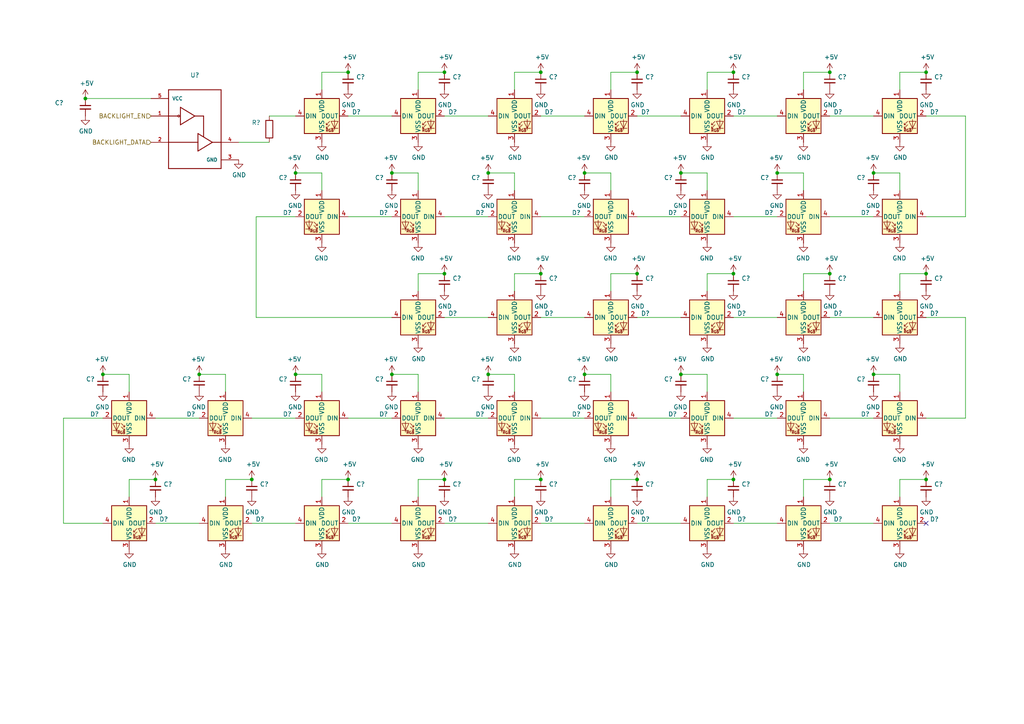
<source format=kicad_sch>
(kicad_sch (version 20211123) (generator eeschema)
  (paper "A4")
  (title_block (title "Backlight") (date "2022-04-27") (rev "0.1"))
  (lib_symbols
    (symbol "Device:C_Small" (pin_numbers hide) (pin_names (offset 0.254) hide)
      (property "Reference" "C" (at 0.254 1.778 0))
      (property "Value" "C_Small" (at 0.254 -2.032 0))
      (symbol "C_Small_0_1"
        (polyline (pts (xy -1.524 -0.508) (xy 1.524 -0.508)) (stroke (width 0.3302)))
        (polyline (pts (xy -1.524 0.508) (xy 1.524 0.508)) (stroke (width 0.3048)))
      )
      (symbol "C_Small_1_1"
        (pin passive line (at 0 2.54 270) (length 2.032) (name "~") (number "1"))
        (pin passive line (at 0 -2.54 90) (length 2.032) (name "~") (number "2"))
      )
    )
    (symbol "Device:R" (pin_numbers hide) (pin_names (offset 0))
      (property "Reference" "R" (at 2.032 0 90))
      (property "Value" "R" (at 0 0 90))
      (symbol "R_0_1"
        (rectangle (start -1.016 -2.54) (end 1.016 2.54) (stroke (width 0.254)))
      )
      (symbol "R_1_1"
        (pin passive line (at 0 3.81 270) (length 1.27) (name "~") (number "1"))
        (pin passive line (at 0 -3.81 90) (length 1.27) (name "~") (number "2"))
      )
    )
    (symbol "LED:WS2812B" (pin_names (offset 0.254))
      (property "Reference" "D" (at 5.08 5.715 0))
      (property "Value" "WS2812B" (at 1.27 -5.715 0))
      (symbol "WS2812B_0_0"
        (text "RGB" (at 2.286 -4.191 0) (effects (font (size 0.762 0.762))))
      )
      (symbol "WS2812B_0_1"
        (polyline (pts (xy 1.27 -3.556) (xy 1.778 -3.556)))
        (polyline (pts (xy 1.27 -2.54) (xy 1.778 -2.54)))
        (polyline (pts (xy 4.699 -3.556) (xy 2.667 -3.556)))
        (polyline (pts (xy 2.286 -2.54) (xy 1.27 -3.556) (xy 1.27 -3.048)))
        (polyline (pts (xy 2.286 -1.524) (xy 1.27 -2.54) (xy 1.27 -2.032)))
        (polyline (pts (xy 3.683 -1.016) (xy 3.683 -3.556) (xy 3.683 -4.064)))
        (polyline (pts (xy 4.699 -1.524) (xy 2.667 -1.524) (xy 3.683 -3.556) (xy 4.699 -1.524)))
        (rectangle (start 5.08 5.08) (end -5.08 -5.08) (stroke (width 0.254)) (fill (type background)))
      )
      (symbol "WS2812B_1_1"
        (pin power_in line (at 0 7.62 270) (length 2.54) (name "VDD") (number "1"))
        (pin output line (at 7.62 0 180) (length 2.54) (name "DOUT") (number "2"))
        (pin power_in line (at 0 -7.62 90) (length 2.54) (name "VSS") (number "3"))
        (pin input line (at -7.62 0 0) (length 2.54) (name "DIN") (number "4"))
      )
    )
    (symbol "SN74LV1T125DCKR:SN74LV1T125DCKR" (pin_names (offset 1.016))
      (property "Reference" "U" (at -7.62 13.6906 0))
      (property "Value" "SN74LV1T125DCKR" (at -7.62 -12.7 0))
      (symbol "SN74LV1T125DCKR_0_0"
        (circle (center -4.699 5.08) (radius 0.254) (stroke (width 0.254)))
        (polyline (pts (xy -7.62 -10.16) (xy -7.62 -2.54)) (stroke (width 0.254)))
        (polyline (pts (xy -7.62 -2.54) (xy -7.62 5.08)) (stroke (width 0.254)))
        (polyline (pts (xy -7.62 -2.54) (xy 0.889 -2.54)) (stroke (width 0.254)))
        (polyline (pts (xy -7.62 5.08) (xy -7.62 12.7)) (stroke (width 0.254)))
        (polyline (pts (xy -7.62 5.08) (xy -5.08 5.08)) (stroke (width 0.254)))
        (polyline (pts (xy -7.62 12.7) (xy 7.62 12.7)) (stroke (width 0.254)))
        (polyline (pts (xy -4.191 2.54) (xy 0 5.08)) (stroke (width 0.254)))
        (polyline (pts (xy -4.191 7.62) (xy -4.191 2.54)) (stroke (width 0.254)))
        (polyline (pts (xy 0 5.08) (xy -4.191 7.62)) (stroke (width 0.254)))
        (polyline (pts (xy 0 5.08) (xy 2.54 5.08)) (stroke (width 0.254)))
        (polyline (pts (xy 0.889 -5.08) (xy 5.08 -2.54)) (stroke (width 0.254)))
        (polyline (pts (xy 0.889 -2.54) (xy 0.889 -5.08)) (stroke (width 0.254)))
        (polyline (pts (xy 0.889 0) (xy 0.889 -2.54)) (stroke (width 0.254)))
        (polyline (pts (xy 2.54 5.08) (xy 2.54 -0.889)) (stroke (width 0.254)))
        (polyline (pts (xy 5.08 -2.54) (xy 0.889 0)) (stroke (width 0.254)))
        (polyline (pts (xy 5.08 -2.54) (xy 7.62 -2.54)) (stroke (width 0.254)))
        (polyline (pts (xy 7.62 -10.16) (xy -7.62 -10.16)) (stroke (width 0.254)))
        (polyline (pts (xy 7.62 12.7) (xy 7.62 -10.16)) (stroke (width 0.254)))
        (pin input line (at -12.7 5.08 0) (length 5.08) (name "~") (number "1"))
        (pin input line (at -12.7 -2.54 0) (length 5.08) (name "~") (number "2"))
        (pin power_in line (at 12.7 -7.62 180) (length 5.08) (name "GND") (number "3"))
        (pin output line (at 12.7 -2.54 180) (length 5.08) (name "~") (number "4"))
        (pin power_in line (at -12.7 10.16 0) (length 5.08) (name "VCC") (number "5"))
      )
    )
    (symbol "power:+5V" (power) (pin_names (offset 0))
      (property "Value" "+5V" (at 0 3.556 0))
      (symbol "+5V_0_1"
        (polyline (pts (xy -0.762 1.27) (xy 0 2.54)))
        (polyline (pts (xy 0 0) (xy 0 2.54)))
        (polyline (pts (xy 0 2.54) (xy 0.762 1.27)))
      )
      (symbol "+5V_1_1"
        (pin power_in line (at 0 0 90) (length 0) hide (name "+5V") (number "1"))
      )
    )
    (symbol "power:GND" (power) (pin_names (offset 0))
      (property "Value" "GND" (at 0 -3.81 0))
      (symbol "GND_0_1"
        (polyline (pts (xy 0 0) (xy 0 -1.27) (xy 1.27 -1.27) (xy 0 -2.54) (xy -1.27 -1.27) (xy 0 -1.27)))
      )
      (symbol "GND_1_1"
        (pin power_in line (at 0 0 270) (length 0) hide (name "GND") (number "1"))
      )
    )
  )
  (junction (at 212.725 79.375))
  (junction (at 57.785 108.585))
  (junction (at 253.365 50.165))
  (junction (at 212.725 139.065))
  (junction (at 128.905 20.955))
  (junction (at 100.965 139.065))
  (junction (at 100.965 20.955))
  (junction (at 212.725 20.955))
  (junction (at 156.845 79.375))
  (junction (at 156.845 20.955))
  (junction (at 184.785 20.955))
  (junction (at 85.725 50.165))
  (junction (at 113.665 50.165))
  (junction (at 169.545 108.585))
  (junction (at 169.545 50.165))
  (junction (at 240.665 139.065))
  (junction (at 197.485 50.165))
  (junction (at 197.485 108.585))
  (junction (at 45.085 139.065))
  (junction (at 184.785 139.065))
  (junction (at 253.365 108.585))
  (junction (at 141.605 50.165))
  (junction (at 268.605 20.955))
  (junction (at 225.425 50.165))
  (junction (at 268.605 139.065))
  (junction (at 240.665 20.955))
  (junction (at 184.785 79.375))
  (junction (at 73.025 139.065))
  (junction (at 24.765 28.575))
  (junction (at 128.905 79.375))
  (junction (at 29.845 108.585))
  (junction (at 85.725 108.585))
  (junction (at 128.905 139.065))
  (junction (at 225.425 108.585))
  (junction (at 268.605 79.375))
  (junction (at 113.665 108.585))
  (junction (at 141.605 108.585))
  (junction (at 240.665 79.375))
  (junction (at 156.845 139.065))
  (no_connect (at 268.605 151.765))
  (wire (pts (xy 128.905 20.955) (xy 121.285 20.955)))
  (wire (pts (xy 169.545 108.585) (xy 177.165 108.585)))
  (wire (pts (xy 197.485 50.165) (xy 205.105 50.165)))
  (wire (pts (xy 233.045 139.065) (xy 233.045 144.145)))
  (wire (pts (xy 73.025 151.765) (xy 85.725 151.765)))
  (wire (pts (xy 225.425 121.285) (xy 212.725 121.285)))
  (wire (pts (xy 113.665 50.165) (xy 121.285 50.165)))
  (wire (pts (xy 78.105 33.655) (xy 85.725 33.655)))
  (wire (pts (xy 149.225 108.585) (xy 149.225 113.665)))
  (wire (pts (xy 128.905 151.765) (xy 141.605 151.765)))
  (wire (pts (xy 74.295 62.865) (xy 74.295 92.075)))
  (wire (pts (xy 37.465 108.585) (xy 37.465 113.665)))
  (wire (pts (xy 212.725 79.375) (xy 205.105 79.375)))
  (wire (pts (xy 18.415 121.285) (xy 18.415 151.765)))
  (wire (pts (xy 240.665 139.065) (xy 233.045 139.065)))
  (wire (pts (xy 45.085 139.065) (xy 37.465 139.065)))
  (wire (pts (xy 240.665 33.655) (xy 253.365 33.655)))
  (wire (pts (xy 268.605 33.655) (xy 280.035 33.655)))
  (wire (pts (xy 128.905 139.065) (xy 121.285 139.065)))
  (wire (pts (xy 253.365 108.585) (xy 260.985 108.585)))
  (wire (pts (xy 100.965 139.065) (xy 93.345 139.065)))
  (wire (pts (xy 260.985 139.065) (xy 260.985 144.145)))
  (wire (pts (xy 197.485 62.865) (xy 184.785 62.865)))
  (wire (pts (xy 253.365 121.285) (xy 240.665 121.285)))
  (wire (pts (xy 57.785 108.585) (xy 65.405 108.585)))
  (wire (pts (xy 233.045 79.375) (xy 233.045 84.455)))
  (wire (pts (xy 141.605 50.165) (xy 149.225 50.165)))
  (wire (pts (xy 280.035 92.075) (xy 280.035 121.285)))
  (wire (pts (xy 205.105 20.955) (xy 205.105 26.035)))
  (wire (pts (xy 225.425 108.585) (xy 233.045 108.585)))
  (wire (pts (xy 156.845 79.375) (xy 149.225 79.375)))
  (wire (pts (xy 85.725 50.165) (xy 93.345 50.165)))
  (wire (pts (xy 141.605 121.285) (xy 128.905 121.285)))
  (wire (pts (xy 184.785 33.655) (xy 197.485 33.655)))
  (wire (pts (xy 65.405 108.585) (xy 65.405 113.665)))
  (wire (pts (xy 253.365 62.865) (xy 240.665 62.865)))
  (wire (pts (xy 260.985 108.585) (xy 260.985 113.665)))
  (wire (pts (xy 233.045 108.585) (xy 233.045 113.665)))
  (wire (pts (xy 184.785 151.765) (xy 197.485 151.765)))
  (wire (pts (xy 225.425 50.165) (xy 233.045 50.165)))
  (wire (pts (xy 149.225 139.065) (xy 149.225 144.145)))
  (wire (pts (xy 240.665 79.375) (xy 233.045 79.375)))
  (wire (pts (xy 253.365 50.165) (xy 260.985 50.165)))
  (wire (pts (xy 100.965 151.765) (xy 113.665 151.765)))
  (wire (pts (xy 74.295 92.075) (xy 113.665 92.075)))
  (wire (pts (xy 268.605 20.955) (xy 260.985 20.955)))
  (wire (pts (xy 212.725 33.655) (xy 225.425 33.655)))
  (wire (pts (xy 260.985 20.955) (xy 260.985 26.035)))
  (wire (pts (xy 260.985 50.165) (xy 260.985 55.245)))
  (wire (pts (xy 65.405 139.065) (xy 65.405 144.145)))
  (wire (pts (xy 177.165 20.955) (xy 177.165 26.035)))
  (wire (pts (xy 197.485 121.285) (xy 184.785 121.285)))
  (wire (pts (xy 268.605 79.375) (xy 260.985 79.375)))
  (wire (pts (xy 113.665 121.285) (xy 100.965 121.285)))
  (wire (pts (xy 93.345 108.585) (xy 93.345 113.665)))
  (wire (pts (xy 169.545 62.865) (xy 156.845 62.865)))
  (wire (pts (xy 141.605 62.865) (xy 128.905 62.865)))
  (wire (pts (xy 128.905 33.655) (xy 141.605 33.655)))
  (wire (pts (xy 85.725 108.585) (xy 93.345 108.585)))
  (wire (pts (xy 280.035 62.865) (xy 268.605 62.865)))
  (wire (pts (xy 156.845 92.075) (xy 169.545 92.075)))
  (wire (pts (xy 240.665 92.075) (xy 253.365 92.075)))
  (wire (pts (xy 141.605 108.585) (xy 149.225 108.585)))
  (wire (pts (xy 93.345 20.955) (xy 93.345 26.035)))
  (wire (pts (xy 212.725 20.955) (xy 205.105 20.955)))
  (wire (pts (xy 57.785 121.285) (xy 45.085 121.285)))
  (wire (pts (xy 177.165 108.585) (xy 177.165 113.665)))
  (wire (pts (xy 149.225 79.375) (xy 149.225 84.455)))
  (wire (pts (xy 184.785 79.375) (xy 177.165 79.375)))
  (wire (pts (xy 212.725 151.765) (xy 225.425 151.765)))
  (wire (pts (xy 156.845 139.065) (xy 149.225 139.065)))
  (wire (pts (xy 233.045 20.955) (xy 233.045 26.035)))
  (wire (pts (xy 29.845 121.285) (xy 18.415 121.285)))
  (wire (pts (xy 149.225 50.165) (xy 149.225 55.245)))
  (wire (pts (xy 156.845 33.655) (xy 169.545 33.655)))
  (wire (pts (xy 268.605 92.075) (xy 280.035 92.075)))
  (wire (pts (xy 184.785 92.075) (xy 197.485 92.075)))
  (wire (pts (xy 29.845 108.585) (xy 37.465 108.585)))
  (wire (pts (xy 177.165 139.065) (xy 177.165 144.145)))
  (wire (pts (xy 205.105 79.375) (xy 205.105 84.455)))
  (wire (pts (xy 205.105 50.165) (xy 205.105 55.245)))
  (wire (pts (xy 177.165 50.165) (xy 177.165 55.245)))
  (wire (pts (xy 212.725 92.075) (xy 225.425 92.075)))
  (wire (pts (xy 24.765 28.575) (xy 43.815 28.575)))
  (wire (pts (xy 128.905 79.375) (xy 121.285 79.375)))
  (wire (pts (xy 169.545 121.285) (xy 156.845 121.285)))
  (wire (pts (xy 73.025 139.065) (xy 65.405 139.065)))
  (wire (pts (xy 45.085 151.765) (xy 57.785 151.765)))
  (wire (pts (xy 113.665 62.865) (xy 100.965 62.865)))
  (wire (pts (xy 233.045 50.165) (xy 233.045 55.245)))
  (wire (pts (xy 240.665 20.955) (xy 233.045 20.955)))
  (wire (pts (xy 128.905 92.075) (xy 141.605 92.075)))
  (wire (pts (xy 121.285 139.065) (xy 121.285 144.145)))
  (wire (pts (xy 149.225 20.955) (xy 149.225 26.035)))
  (wire (pts (xy 268.605 139.065) (xy 260.985 139.065)))
  (wire (pts (xy 177.165 79.375) (xy 177.165 84.455)))
  (wire (pts (xy 121.285 79.375) (xy 121.285 84.455)))
  (wire (pts (xy 93.345 139.065) (xy 93.345 144.145)))
  (wire (pts (xy 100.965 33.655) (xy 113.665 33.655)))
  (wire (pts (xy 121.285 50.165) (xy 121.285 55.245)))
  (wire (pts (xy 73.025 121.285) (xy 85.725 121.285)))
  (wire (pts (xy 280.035 121.285) (xy 268.605 121.285)))
  (wire (pts (xy 113.665 108.585) (xy 121.285 108.585)))
  (wire (pts (xy 85.725 62.865) (xy 74.295 62.865)))
  (wire (pts (xy 197.485 108.585) (xy 205.105 108.585)))
  (wire (pts (xy 156.845 20.955) (xy 149.225 20.955)))
  (wire (pts (xy 205.105 139.065) (xy 205.105 144.145)))
  (wire (pts (xy 121.285 108.585) (xy 121.285 113.665)))
  (wire (pts (xy 169.545 50.165) (xy 177.165 50.165)))
  (wire (pts (xy 69.215 41.275) (xy 78.105 41.275)))
  (wire (pts (xy 212.725 139.065) (xy 205.105 139.065)))
  (wire (pts (xy 280.035 33.655) (xy 280.035 62.865)))
  (wire (pts (xy 18.415 151.765) (xy 29.845 151.765)))
  (wire (pts (xy 37.465 139.065) (xy 37.465 144.145)))
  (wire (pts (xy 240.665 151.765) (xy 253.365 151.765)))
  (wire (pts (xy 225.425 62.865) (xy 212.725 62.865)))
  (wire (pts (xy 93.345 50.165) (xy 93.345 55.245)))
  (wire (pts (xy 205.105 108.585) (xy 205.105 113.665)))
  (wire (pts (xy 121.285 20.955) (xy 121.285 26.035)))
  (wire (pts (xy 184.785 139.065) (xy 177.165 139.065)))
  (wire (pts (xy 156.845 151.765) (xy 169.545 151.765)))
  (wire (pts (xy 184.785 20.955) (xy 177.165 20.955)))
  (wire (pts (xy 100.965 20.955) (xy 93.345 20.955)))
  (wire (pts (xy 260.985 79.375) (xy 260.985 84.455)))
  (hierarchical_label "BACKLIGHT_EN" (shape input) (at 43.815 33.655 180))
  (hierarchical_label "BACKLIGHT_DATA" (shape input) (at 43.815 41.275 180))
  (symbol (lib_id "LED:WS2812B") (at 65.405 121.285 0) (mirror y) (unit 1)
    (property "Reference" "D?" (at 56.6674 120.1166 0) (effects (justify left)))
    (property "Datasheet" "https://cdn-shop.adafruit.com/datasheets/WS2812B.pdf" (effects hide))
  )
  (symbol (lib_id "Device:C_Small") (at 57.785 111.125 0) (mirror y) (unit 1)
    (property "Reference" "C?" (at 55.4482 109.9566 0) (effects (justify left)))
  )
  (symbol (lib_id "power:GND") (at 57.785 113.665 0) (mirror y) (unit 1)
    (property "Reference" "#PWR?" (effects hide))
  )
  (symbol (lib_id "power:+5V") (at 57.785 108.585 0) (mirror y) (unit 1)
    (property "Reference" "#PWR?" (effects hide))
  )
  (symbol (lib_id "power:GND") (at 65.405 128.905 0) (mirror y) (unit 1)
    (property "Reference" "#PWR?" (effects hide))
  )
  (symbol (lib_id "LED:WS2812B") (at 37.465 121.285 0) (mirror y) (unit 1)
    (property "Reference" "D?" (at 28.7274 120.1166 0) (effects (justify left)))
    (property "Datasheet" "https://cdn-shop.adafruit.com/datasheets/WS2812B.pdf" (effects hide))
  )
  (symbol (lib_id "Device:C_Small") (at 29.845 111.125 0) (mirror y) (unit 1)
    (property "Reference" "C?" (at 27.5082 109.9566 0) (effects (justify left)))
  )
  (symbol (lib_id "power:GND") (at 29.845 113.665 0) (mirror y) (unit 1)
    (property "Reference" "#PWR?" (effects hide))
  )
  (symbol (lib_id "power:+5V") (at 29.845 108.585 0) (mirror y) (unit 1)
    (property "Reference" "#PWR?" (effects hide))
  )
  (symbol (lib_id "power:GND") (at 37.465 128.905 0) (mirror y) (unit 1)
    (property "Reference" "#PWR?" (effects hide))
  )
  (symbol (lib_id "power:GND") (at 37.465 159.385 0) (unit 1)
    (property "Reference" "#PWR?" (effects hide))
  )
  (symbol (lib_id "power:+5V") (at 45.085 139.065 0) (unit 1)
    (property "Reference" "#PWR?" (effects hide))
  )
  (symbol (lib_id "power:GND") (at 45.085 144.145 0) (unit 1)
    (property "Reference" "#PWR?" (effects hide))
  )
  (symbol (lib_id "Device:C_Small") (at 45.085 141.605 0) (unit 1)
    (property "Reference" "C?" (at 47.4218 140.4366 0) (effects (justify left)))
  )
  (symbol (lib_id "LED:WS2812B") (at 37.465 151.765 0) (unit 1)
    (property "Reference" "D?" (at 46.2026 150.5966 0) (effects (justify left)))
    (property "Datasheet" "https://cdn-shop.adafruit.com/datasheets/WS2812B.pdf" (effects hide))
  )
  (symbol (lib_id "LED:WS2812B") (at 121.285 151.765 0) (unit 1)
    (property "Reference" "D?" (at 130.0226 150.5966 0) (effects (justify left)))
    (property "Datasheet" "https://cdn-shop.adafruit.com/datasheets/WS2812B.pdf" (effects hide))
  )
  (symbol (lib_id "Device:C_Small") (at 128.905 141.605 0) (unit 1)
    (property "Reference" "C?" (at 131.2418 140.4366 0) (effects (justify left)))
  )
  (symbol (lib_id "power:GND") (at 128.905 144.145 0) (unit 1)
    (property "Reference" "#PWR?" (effects hide))
  )
  (symbol (lib_id "power:+5V") (at 128.905 139.065 0) (unit 1)
    (property "Reference" "#PWR?" (effects hide))
  )
  (symbol (lib_id "power:GND") (at 121.285 159.385 0) (unit 1)
    (property "Reference" "#PWR?" (effects hide))
  )
  (symbol (lib_id "LED:WS2812B") (at 149.225 151.765 0) (unit 1)
    (property "Reference" "D?" (at 157.9626 150.5966 0) (effects (justify left)))
    (property "Datasheet" "https://cdn-shop.adafruit.com/datasheets/WS2812B.pdf" (effects hide))
  )
  (symbol (lib_id "Device:C_Small") (at 156.845 141.605 0) (unit 1)
    (property "Reference" "C?" (at 159.1818 140.4366 0) (effects (justify left)))
  )
  (symbol (lib_id "power:GND") (at 156.845 144.145 0) (unit 1)
    (property "Reference" "#PWR?" (effects hide))
  )
  (symbol (lib_id "power:+5V") (at 156.845 139.065 0) (unit 1)
    (property "Reference" "#PWR?" (effects hide))
  )
  (symbol (lib_id "power:GND") (at 149.225 159.385 0) (unit 1)
    (property "Reference" "#PWR?" (effects hide))
  )
  (symbol (lib_id "LED:WS2812B") (at 177.165 151.765 0) (unit 1)
    (property "Reference" "D?" (at 185.9026 150.5966 0) (effects (justify left)))
    (property "Datasheet" "https://cdn-shop.adafruit.com/datasheets/WS2812B.pdf" (effects hide))
  )
  (symbol (lib_id "Device:C_Small") (at 184.785 141.605 0) (unit 1)
    (property "Reference" "C?" (at 187.1218 140.4366 0) (effects (justify left)))
  )
  (symbol (lib_id "power:GND") (at 184.785 144.145 0) (unit 1)
    (property "Reference" "#PWR?" (effects hide))
  )
  (symbol (lib_id "power:+5V") (at 184.785 139.065 0) (unit 1)
    (property "Reference" "#PWR?" (effects hide))
  )
  (symbol (lib_id "power:GND") (at 177.165 159.385 0) (unit 1)
    (property "Reference" "#PWR?" (effects hide))
  )
  (symbol (lib_id "LED:WS2812B") (at 205.105 151.765 0) (unit 1)
    (property "Reference" "D?" (at 213.8426 150.5966 0) (effects (justify left)))
    (property "Datasheet" "https://cdn-shop.adafruit.com/datasheets/WS2812B.pdf" (effects hide))
  )
  (symbol (lib_id "Device:C_Small") (at 212.725 141.605 0) (unit 1)
    (property "Reference" "C?" (at 215.0618 140.4366 0) (effects (justify left)))
  )
  (symbol (lib_id "power:GND") (at 212.725 144.145 0) (unit 1)
    (property "Reference" "#PWR?" (effects hide))
  )
  (symbol (lib_id "power:+5V") (at 212.725 139.065 0) (unit 1)
    (property "Reference" "#PWR?" (effects hide))
  )
  (symbol (lib_id "power:GND") (at 205.105 159.385 0) (unit 1)
    (property "Reference" "#PWR?" (effects hide))
  )
  (symbol (lib_id "LED:WS2812B") (at 233.045 151.765 0) (unit 1)
    (property "Reference" "D?" (at 241.7826 150.5966 0) (effects (justify left)))
    (property "Datasheet" "https://cdn-shop.adafruit.com/datasheets/WS2812B.pdf" (effects hide))
  )
  (symbol (lib_id "Device:C_Small") (at 240.665 141.605 0) (unit 1)
    (property "Reference" "C?" (at 243.0018 140.4366 0) (effects (justify left)))
  )
  (symbol (lib_id "power:GND") (at 240.665 144.145 0) (unit 1)
    (property "Reference" "#PWR?" (effects hide))
  )
  (symbol (lib_id "power:+5V") (at 240.665 139.065 0) (unit 1)
    (property "Reference" "#PWR?" (effects hide))
  )
  (symbol (lib_id "power:GND") (at 233.045 159.385 0) (unit 1)
    (property "Reference" "#PWR?" (effects hide))
  )
  (symbol (lib_id "LED:WS2812B") (at 260.985 151.765 0) (unit 1)
    (property "Reference" "D?" (at 269.7226 150.5966 0) (effects (justify left)))
    (property "Datasheet" "https://cdn-shop.adafruit.com/datasheets/WS2812B.pdf" (effects hide))
  )
  (symbol (lib_id "Device:C_Small") (at 268.605 141.605 0) (unit 1)
    (property "Reference" "C?" (at 270.9418 140.4366 0) (effects (justify left)))
  )
  (symbol (lib_id "power:GND") (at 268.605 144.145 0) (unit 1)
    (property "Reference" "#PWR?" (effects hide))
  )
  (symbol (lib_id "power:+5V") (at 268.605 139.065 0) (unit 1)
    (property "Reference" "#PWR?" (effects hide))
  )
  (symbol (lib_id "power:GND") (at 260.985 159.385 0) (unit 1)
    (property "Reference" "#PWR?" (effects hide))
  )
  (symbol (lib_id "power:GND") (at 93.345 159.385 0) (unit 1)
    (property "Reference" "#PWR?" (effects hide))
  )
  (symbol (lib_id "power:+5V") (at 100.965 139.065 0) (unit 1)
    (property "Reference" "#PWR?" (effects hide))
  )
  (symbol (lib_id "power:GND") (at 100.965 144.145 0) (unit 1)
    (property "Reference" "#PWR?" (effects hide))
  )
  (symbol (lib_id "Device:C_Small") (at 100.965 141.605 0) (unit 1)
    (property "Reference" "C?" (at 103.3018 140.4366 0) (effects (justify left)))
  )
  (symbol (lib_id "LED:WS2812B") (at 93.345 151.765 0) (unit 1)
    (property "Reference" "D?" (at 102.0826 150.5966 0) (effects (justify left)))
    (property "Datasheet" "https://cdn-shop.adafruit.com/datasheets/WS2812B.pdf" (effects hide))
  )
  (symbol (lib_id "LED:WS2812B") (at 233.045 121.285 0) (mirror y) (unit 1)
    (property "Reference" "D?" (at 224.3074 120.1166 0) (effects (justify left)))
    (property "Datasheet" "https://cdn-shop.adafruit.com/datasheets/WS2812B.pdf" (effects hide))
  )
  (symbol (lib_id "Device:C_Small") (at 225.425 111.125 0) (mirror y) (unit 1)
    (property "Reference" "C?" (at 223.0882 109.9566 0) (effects (justify left)))
  )
  (symbol (lib_id "power:GND") (at 225.425 113.665 0) (mirror y) (unit 1)
    (property "Reference" "#PWR?" (effects hide))
  )
  (symbol (lib_id "power:+5V") (at 225.425 108.585 0) (mirror y) (unit 1)
    (property "Reference" "#PWR?" (effects hide))
  )
  (symbol (lib_id "power:GND") (at 233.045 128.905 0) (mirror y) (unit 1)
    (property "Reference" "#PWR?" (effects hide))
  )
  (symbol (lib_id "LED:WS2812B") (at 205.105 121.285 0) (mirror y) (unit 1)
    (property "Reference" "D?" (at 196.3674 120.1166 0) (effects (justify left)))
    (property "Datasheet" "https://cdn-shop.adafruit.com/datasheets/WS2812B.pdf" (effects hide))
  )
  (symbol (lib_id "Device:C_Small") (at 197.485 111.125 0) (mirror y) (unit 1)
    (property "Reference" "C?" (at 195.1482 109.9566 0) (effects (justify left)))
  )
  (symbol (lib_id "power:GND") (at 197.485 113.665 0) (mirror y) (unit 1)
    (property "Reference" "#PWR?" (effects hide))
  )
  (symbol (lib_id "power:+5V") (at 197.485 108.585 0) (mirror y) (unit 1)
    (property "Reference" "#PWR?" (effects hide))
  )
  (symbol (lib_id "power:GND") (at 205.105 128.905 0) (mirror y) (unit 1)
    (property "Reference" "#PWR?" (effects hide))
  )
  (symbol (lib_id "LED:WS2812B") (at 177.165 121.285 0) (mirror y) (unit 1)
    (property "Reference" "D?" (at 168.4274 120.1166 0) (effects (justify left)))
    (property "Datasheet" "https://cdn-shop.adafruit.com/datasheets/WS2812B.pdf" (effects hide))
  )
  (symbol (lib_id "Device:C_Small") (at 169.545 111.125 0) (mirror y) (unit 1)
    (property "Reference" "C?" (at 167.2082 109.9566 0) (effects (justify left)))
  )
  (symbol (lib_id "power:GND") (at 169.545 113.665 0) (mirror y) (unit 1)
    (property "Reference" "#PWR?" (effects hide))
  )
  (symbol (lib_id "power:+5V") (at 169.545 108.585 0) (mirror y) (unit 1)
    (property "Reference" "#PWR?" (effects hide))
  )
  (symbol (lib_id "power:GND") (at 177.165 128.905 0) (mirror y) (unit 1)
    (property "Reference" "#PWR?" (effects hide))
  )
  (symbol (lib_id "LED:WS2812B") (at 149.225 121.285 0) (mirror y) (unit 1)
    (property "Reference" "D?" (at 140.4874 120.1166 0) (effects (justify left)))
    (property "Datasheet" "https://cdn-shop.adafruit.com/datasheets/WS2812B.pdf" (effects hide))
  )
  (symbol (lib_id "Device:C_Small") (at 141.605 111.125 0) (mirror y) (unit 1)
    (property "Reference" "C?" (at 139.2682 109.9566 0) (effects (justify left)))
  )
  (symbol (lib_id "power:GND") (at 141.605 113.665 0) (mirror y) (unit 1)
    (property "Reference" "#PWR?" (effects hide))
  )
  (symbol (lib_id "power:+5V") (at 141.605 108.585 0) (mirror y) (unit 1)
    (property "Reference" "#PWR?" (effects hide))
  )
  (symbol (lib_id "power:GND") (at 149.225 128.905 0) (mirror y) (unit 1)
    (property "Reference" "#PWR?" (effects hide))
  )
  (symbol (lib_id "LED:WS2812B") (at 121.285 121.285 0) (mirror y) (unit 1)
    (property "Reference" "D?" (at 112.5474 120.1166 0) (effects (justify left)))
    (property "Datasheet" "https://cdn-shop.adafruit.com/datasheets/WS2812B.pdf" (effects hide))
  )
  (symbol (lib_id "Device:C_Small") (at 113.665 111.125 0) (mirror y) (unit 1)
    (property "Reference" "C?" (at 111.3282 109.9566 0) (effects (justify left)))
  )
  (symbol (lib_id "power:GND") (at 113.665 113.665 0) (mirror y) (unit 1)
    (property "Reference" "#PWR?" (effects hide))
  )
  (symbol (lib_id "power:+5V") (at 113.665 108.585 0) (mirror y) (unit 1)
    (property "Reference" "#PWR?" (effects hide))
  )
  (symbol (lib_id "power:GND") (at 121.285 128.905 0) (mirror y) (unit 1)
    (property "Reference" "#PWR?" (effects hide))
  )
  (symbol (lib_id "LED:WS2812B") (at 93.345 121.285 0) (mirror y) (unit 1)
    (property "Reference" "D?" (at 84.6074 120.1166 0) (effects (justify left)))
    (property "Datasheet" "https://cdn-shop.adafruit.com/datasheets/WS2812B.pdf" (effects hide))
  )
  (symbol (lib_id "Device:C_Small") (at 85.725 111.125 0) (mirror y) (unit 1)
    (property "Reference" "C?" (at 83.3882 109.9566 0) (effects (justify left)))
  )
  (symbol (lib_id "power:GND") (at 85.725 113.665 0) (mirror y) (unit 1)
    (property "Reference" "#PWR?" (effects hide))
  )
  (symbol (lib_id "power:+5V") (at 85.725 108.585 0) (mirror y) (unit 1)
    (property "Reference" "#PWR?" (effects hide))
  )
  (symbol (lib_id "power:GND") (at 93.345 128.905 0) (mirror y) (unit 1)
    (property "Reference" "#PWR?" (effects hide))
  )
  (symbol (lib_id "power:GND") (at 260.985 128.905 0) (mirror y) (unit 1)
    (property "Reference" "#PWR?" (effects hide))
  )
  (symbol (lib_id "power:+5V") (at 253.365 108.585 0) (mirror y) (unit 1)
    (property "Reference" "#PWR?" (effects hide))
  )
  (symbol (lib_id "power:GND") (at 253.365 113.665 0) (mirror y) (unit 1)
    (property "Reference" "#PWR?" (effects hide))
  )
  (symbol (lib_id "Device:C_Small") (at 253.365 111.125 0) (mirror y) (unit 1)
    (property "Reference" "C?" (at 251.0282 109.9566 0) (effects (justify left)))
  )
  (symbol (lib_id "LED:WS2812B") (at 260.985 121.285 0) (mirror y) (unit 1)
    (property "Reference" "D?" (at 252.2474 120.1166 0) (effects (justify left)))
    (property "Datasheet" "https://cdn-shop.adafruit.com/datasheets/WS2812B.pdf" (effects hide))
  )
  (symbol (lib_id "LED:WS2812B") (at 121.285 92.075 0) (unit 1)
    (property "Reference" "D?" (at 130.0226 90.9066 0) (effects (justify left)))
    (property "Datasheet" "https://cdn-shop.adafruit.com/datasheets/WS2812B.pdf" (effects hide))
  )
  (symbol (lib_id "Device:C_Small") (at 128.905 81.915 0) (unit 1)
    (property "Reference" "C?" (at 131.2418 80.7466 0) (effects (justify left)))
  )
  (symbol (lib_id "power:GND") (at 128.905 84.455 0) (unit 1)
    (property "Reference" "#PWR?" (effects hide))
  )
  (symbol (lib_id "power:+5V") (at 128.905 79.375 0) (unit 1)
    (property "Reference" "#PWR?" (effects hide))
  )
  (symbol (lib_id "power:GND") (at 121.285 99.695 0) (unit 1)
    (property "Reference" "#PWR?" (effects hide))
  )
  (symbol (lib_id "LED:WS2812B") (at 149.225 92.075 0) (unit 1)
    (property "Reference" "D?" (at 157.9626 90.9066 0) (effects (justify left)))
    (property "Datasheet" "https://cdn-shop.adafruit.com/datasheets/WS2812B.pdf" (effects hide))
  )
  (symbol (lib_id "Device:C_Small") (at 156.845 81.915 0) (unit 1)
    (property "Reference" "C?" (at 159.1818 80.7466 0) (effects (justify left)))
  )
  (symbol (lib_id "power:GND") (at 156.845 84.455 0) (unit 1)
    (property "Reference" "#PWR?" (effects hide))
  )
  (symbol (lib_id "power:+5V") (at 156.845 79.375 0) (unit 1)
    (property "Reference" "#PWR?" (effects hide))
  )
  (symbol (lib_id "power:GND") (at 149.225 99.695 0) (unit 1)
    (property "Reference" "#PWR?" (effects hide))
  )
  (symbol (lib_id "LED:WS2812B") (at 177.165 92.075 0) (unit 1)
    (property "Reference" "D?" (at 185.9026 90.9066 0) (effects (justify left)))
    (property "Datasheet" "https://cdn-shop.adafruit.com/datasheets/WS2812B.pdf" (effects hide))
  )
  (symbol (lib_id "Device:C_Small") (at 184.785 81.915 0) (unit 1)
    (property "Reference" "C?" (at 187.1218 80.7466 0) (effects (justify left)))
  )
  (symbol (lib_id "power:GND") (at 184.785 84.455 0) (unit 1)
    (property "Reference" "#PWR?" (effects hide))
  )
  (symbol (lib_id "power:+5V") (at 184.785 79.375 0) (unit 1)
    (property "Reference" "#PWR?" (effects hide))
  )
  (symbol (lib_id "power:GND") (at 177.165 99.695 0) (unit 1)
    (property "Reference" "#PWR?" (effects hide))
  )
  (symbol (lib_id "LED:WS2812B") (at 205.105 92.075 0) (unit 1)
    (property "Reference" "D?" (at 213.8426 90.9066 0) (effects (justify left)))
    (property "Datasheet" "https://cdn-shop.adafruit.com/datasheets/WS2812B.pdf" (effects hide))
  )
  (symbol (lib_id "Device:C_Small") (at 212.725 81.915 0) (unit 1)
    (property "Reference" "C?" (at 215.0618 80.7466 0) (effects (justify left)))
  )
  (symbol (lib_id "power:GND") (at 212.725 84.455 0) (unit 1)
    (property "Reference" "#PWR?" (effects hide))
  )
  (symbol (lib_id "power:+5V") (at 212.725 79.375 0) (unit 1)
    (property "Reference" "#PWR?" (effects hide))
  )
  (symbol (lib_id "power:GND") (at 205.105 99.695 0) (unit 1)
    (property "Reference" "#PWR?" (effects hide))
  )
  (symbol (lib_id "LED:WS2812B") (at 233.045 92.075 0) (unit 1)
    (property "Reference" "D?" (at 241.7826 90.9066 0) (effects (justify left)))
    (property "Datasheet" "https://cdn-shop.adafruit.com/datasheets/WS2812B.pdf" (effects hide))
  )
  (symbol (lib_id "Device:C_Small") (at 240.665 81.915 0) (unit 1)
    (property "Reference" "C?" (at 243.0018 80.7466 0) (effects (justify left)))
  )
  (symbol (lib_id "power:GND") (at 240.665 84.455 0) (unit 1)
    (property "Reference" "#PWR?" (effects hide))
  )
  (symbol (lib_id "power:+5V") (at 240.665 79.375 0) (unit 1)
    (property "Reference" "#PWR?" (effects hide))
  )
  (symbol (lib_id "power:GND") (at 233.045 99.695 0) (unit 1)
    (property "Reference" "#PWR?" (effects hide))
  )
  (symbol (lib_id "LED:WS2812B") (at 260.985 92.075 0) (unit 1)
    (property "Reference" "D?" (at 269.7226 90.9066 0) (effects (justify left)))
    (property "Datasheet" "https://cdn-shop.adafruit.com/datasheets/WS2812B.pdf" (effects hide))
  )
  (symbol (lib_id "Device:C_Small") (at 268.605 81.915 0) (unit 1)
    (property "Reference" "C?" (at 270.9418 80.7466 0) (effects (justify left)))
  )
  (symbol (lib_id "power:GND") (at 268.605 84.455 0) (unit 1)
    (property "Reference" "#PWR?" (effects hide))
  )
  (symbol (lib_id "power:+5V") (at 268.605 79.375 0) (unit 1)
    (property "Reference" "#PWR?" (effects hide))
  )
  (symbol (lib_id "power:GND") (at 260.985 99.695 0) (unit 1)
    (property "Reference" "#PWR?" (effects hide))
  )
  (symbol (lib_id "power:GND") (at 65.405 159.385 0) (unit 1)
    (property "Reference" "#PWR?" (effects hide))
  )
  (symbol (lib_id "power:+5V") (at 73.025 139.065 0) (unit 1)
    (property "Reference" "#PWR?" (effects hide))
  )
  (symbol (lib_id "power:GND") (at 73.025 144.145 0) (unit 1)
    (property "Reference" "#PWR?" (effects hide))
  )
  (symbol (lib_id "Device:C_Small") (at 73.025 141.605 0) (unit 1)
    (property "Reference" "C?" (at 75.3618 140.4366 0) (effects (justify left)))
  )
  (symbol (lib_id "LED:WS2812B") (at 65.405 151.765 0) (unit 1)
    (property "Reference" "D?" (at 74.1426 150.5966 0) (effects (justify left)))
    (property "Datasheet" "https://cdn-shop.adafruit.com/datasheets/WS2812B.pdf" (effects hide))
  )
  (symbol (lib_id "LED:WS2812B") (at 233.045 62.865 0) (mirror y) (unit 1)
    (property "Reference" "D?" (at 224.3074 61.6966 0) (effects (justify left)))
    (property "Datasheet" "https://cdn-shop.adafruit.com/datasheets/WS2812B.pdf" (effects hide))
  )
  (symbol (lib_id "Device:C_Small") (at 225.425 52.705 0) (mirror y) (unit 1)
    (property "Reference" "C?" (at 223.0882 51.5366 0) (effects (justify left)))
  )
  (symbol (lib_id "power:GND") (at 225.425 55.245 0) (mirror y) (unit 1)
    (property "Reference" "#PWR?" (effects hide))
  )
  (symbol (lib_id "power:+5V") (at 225.425 50.165 0) (mirror y) (unit 1)
    (property "Reference" "#PWR?" (effects hide))
  )
  (symbol (lib_id "power:GND") (at 233.045 70.485 0) (mirror y) (unit 1)
    (property "Reference" "#PWR?" (effects hide))
  )
  (symbol (lib_id "LED:WS2812B") (at 205.105 62.865 0) (mirror y) (unit 1)
    (property "Reference" "D?" (at 196.3674 61.6966 0) (effects (justify left)))
    (property "Datasheet" "https://cdn-shop.adafruit.com/datasheets/WS2812B.pdf" (effects hide))
  )
  (symbol (lib_id "Device:C_Small") (at 197.485 52.705 0) (mirror y) (unit 1)
    (property "Reference" "C?" (at 195.1482 51.5366 0) (effects (justify left)))
  )
  (symbol (lib_id "power:GND") (at 197.485 55.245 0) (mirror y) (unit 1)
    (property "Reference" "#PWR?" (effects hide))
  )
  (symbol (lib_id "power:+5V") (at 197.485 50.165 0) (mirror y) (unit 1)
    (property "Reference" "#PWR?" (effects hide))
  )
  (symbol (lib_id "power:GND") (at 205.105 70.485 0) (mirror y) (unit 1)
    (property "Reference" "#PWR?" (effects hide))
  )
  (symbol (lib_id "LED:WS2812B") (at 177.165 62.865 0) (mirror y) (unit 1)
    (property "Reference" "D?" (at 168.4274 61.6966 0) (effects (justify left)))
    (property "Datasheet" "https://cdn-shop.adafruit.com/datasheets/WS2812B.pdf" (effects hide))
  )
  (symbol (lib_id "Device:C_Small") (at 169.545 52.705 0) (mirror y) (unit 1)
    (property "Reference" "C?" (at 167.2082 51.5366 0) (effects (justify left)))
  )
  (symbol (lib_id "power:GND") (at 169.545 55.245 0) (mirror y) (unit 1)
    (property "Reference" "#PWR?" (effects hide))
  )
  (symbol (lib_id "power:+5V") (at 169.545 50.165 0) (mirror y) (unit 1)
    (property "Reference" "#PWR?" (effects hide))
  )
  (symbol (lib_id "power:GND") (at 177.165 70.485 0) (mirror y) (unit 1)
    (property "Reference" "#PWR?" (effects hide))
  )
  (symbol (lib_id "LED:WS2812B") (at 149.225 62.865 0) (mirror y) (unit 1)
    (property "Reference" "D?" (at 140.4874 61.6966 0) (effects (justify left)))
    (property "Datasheet" "https://cdn-shop.adafruit.com/datasheets/WS2812B.pdf" (effects hide))
  )
  (symbol (lib_id "Device:C_Small") (at 141.605 52.705 0) (mirror y) (unit 1)
    (property "Reference" "C?" (at 139.2682 51.5366 0) (effects (justify left)))
  )
  (symbol (lib_id "power:GND") (at 141.605 55.245 0) (mirror y) (unit 1)
    (property "Reference" "#PWR?" (effects hide))
  )
  (symbol (lib_id "power:+5V") (at 141.605 50.165 0) (mirror y) (unit 1)
    (property "Reference" "#PWR?" (effects hide))
  )
  (symbol (lib_id "power:GND") (at 149.225 70.485 0) (mirror y) (unit 1)
    (property "Reference" "#PWR?" (effects hide))
  )
  (symbol (lib_id "LED:WS2812B") (at 121.285 62.865 0) (mirror y) (unit 1)
    (property "Reference" "D?" (at 112.5474 61.6966 0) (effects (justify left)))
    (property "Datasheet" "https://cdn-shop.adafruit.com/datasheets/WS2812B.pdf" (effects hide))
  )
  (symbol (lib_id "Device:C_Small") (at 113.665 52.705 0) (mirror y) (unit 1)
    (property "Reference" "C?" (at 111.3282 51.5366 0) (effects (justify left)))
  )
  (symbol (lib_id "power:GND") (at 113.665 55.245 0) (mirror y) (unit 1)
    (property "Reference" "#PWR?" (effects hide))
  )
  (symbol (lib_id "power:+5V") (at 113.665 50.165 0) (mirror y) (unit 1)
    (property "Reference" "#PWR?" (effects hide))
  )
  (symbol (lib_id "power:GND") (at 121.285 70.485 0) (mirror y) (unit 1)
    (property "Reference" "#PWR?" (effects hide))
  )
  (symbol (lib_id "LED:WS2812B") (at 93.345 62.865 0) (mirror y) (unit 1)
    (property "Reference" "D?" (at 84.6074 61.6966 0) (effects (justify left)))
    (property "Datasheet" "https://cdn-shop.adafruit.com/datasheets/WS2812B.pdf" (effects hide))
  )
  (symbol (lib_id "Device:C_Small") (at 85.725 52.705 0) (mirror y) (unit 1)
    (property "Reference" "C?" (at 83.3882 51.5366 0) (effects (justify left)))
  )
  (symbol (lib_id "power:GND") (at 85.725 55.245 0) (mirror y) (unit 1)
    (property "Reference" "#PWR?" (effects hide))
  )
  (symbol (lib_id "power:+5V") (at 85.725 50.165 0) (mirror y) (unit 1)
    (property "Reference" "#PWR?" (effects hide))
  )
  (symbol (lib_id "power:GND") (at 93.345 70.485 0) (mirror y) (unit 1)
    (property "Reference" "#PWR?" (effects hide))
  )
  (symbol (lib_id "power:GND") (at 260.985 70.485 0) (mirror y) (unit 1)
    (property "Reference" "#PWR?" (effects hide))
  )
  (symbol (lib_id "power:+5V") (at 253.365 50.165 0) (mirror y) (unit 1)
    (property "Reference" "#PWR?" (effects hide))
  )
  (symbol (lib_id "power:GND") (at 253.365 55.245 0) (mirror y) (unit 1)
    (property "Reference" "#PWR?" (effects hide))
  )
  (symbol (lib_id "Device:C_Small") (at 253.365 52.705 0) (mirror y) (unit 1)
    (property "Reference" "C?" (at 251.0282 51.5366 0) (effects (justify left)))
  )
  (symbol (lib_id "LED:WS2812B") (at 260.985 62.865 0) (mirror y) (unit 1)
    (property "Reference" "D?" (at 252.2474 61.6966 0) (effects (justify left)))
    (property "Datasheet" "https://cdn-shop.adafruit.com/datasheets/WS2812B.pdf" (effects hide))
  )
  (symbol (lib_id "LED:WS2812B") (at 121.285 33.655 0) (unit 1)
    (property "Reference" "D?" (at 130.0226 32.4866 0) (effects (justify left)))
    (property "Datasheet" "https://cdn-shop.adafruit.com/datasheets/WS2812B.pdf" (effects hide))
  )
  (symbol (lib_id "Device:C_Small") (at 128.905 23.495 0) (unit 1)
    (property "Reference" "C?" (at 131.2418 22.3266 0) (effects (justify left)))
  )
  (symbol (lib_id "power:GND") (at 128.905 26.035 0) (unit 1)
    (property "Reference" "#PWR?" (effects hide))
  )
  (symbol (lib_id "power:+5V") (at 128.905 20.955 0) (unit 1)
    (property "Reference" "#PWR?" (effects hide))
  )
  (symbol (lib_id "power:GND") (at 121.285 41.275 0) (unit 1)
    (property "Reference" "#PWR?" (effects hide))
  )
  (symbol (lib_id "LED:WS2812B") (at 149.225 33.655 0) (unit 1)
    (property "Reference" "D?" (at 157.9626 32.4866 0) (effects (justify left)))
    (property "Datasheet" "https://cdn-shop.adafruit.com/datasheets/WS2812B.pdf" (effects hide))
  )
  (symbol (lib_id "Device:C_Small") (at 156.845 23.495 0) (unit 1)
    (property "Reference" "C?" (at 159.1818 22.3266 0) (effects (justify left)))
  )
  (symbol (lib_id "power:GND") (at 156.845 26.035 0) (unit 1)
    (property "Reference" "#PWR?" (effects hide))
  )
  (symbol (lib_id "power:+5V") (at 156.845 20.955 0) (unit 1)
    (property "Reference" "#PWR?" (effects hide))
  )
  (symbol (lib_id "power:GND") (at 149.225 41.275 0) (unit 1)
    (property "Reference" "#PWR?" (effects hide))
  )
  (symbol (lib_id "LED:WS2812B") (at 177.165 33.655 0) (unit 1)
    (property "Reference" "D?" (at 185.9026 32.4866 0) (effects (justify left)))
    (property "Datasheet" "https://cdn-shop.adafruit.com/datasheets/WS2812B.pdf" (effects hide))
  )
  (symbol (lib_id "Device:C_Small") (at 184.785 23.495 0) (unit 1)
    (property "Reference" "C?" (at 187.1218 22.3266 0) (effects (justify left)))
  )
  (symbol (lib_id "power:GND") (at 184.785 26.035 0) (unit 1)
    (property "Reference" "#PWR?" (effects hide))
  )
  (symbol (lib_id "power:+5V") (at 184.785 20.955 0) (unit 1)
    (property "Reference" "#PWR?" (effects hide))
  )
  (symbol (lib_id "power:GND") (at 177.165 41.275 0) (unit 1)
    (property "Reference" "#PWR?" (effects hide))
  )
  (symbol (lib_id "LED:WS2812B") (at 205.105 33.655 0) (unit 1)
    (property "Reference" "D?" (at 213.8426 32.4866 0) (effects (justify left)))
    (property "Datasheet" "https://cdn-shop.adafruit.com/datasheets/WS2812B.pdf" (effects hide))
  )
  (symbol (lib_id "Device:C_Small") (at 212.725 23.495 0) (unit 1)
    (property "Reference" "C?" (at 215.0618 22.3266 0) (effects (justify left)))
  )
  (symbol (lib_id "power:GND") (at 212.725 26.035 0) (unit 1)
    (property "Reference" "#PWR?" (effects hide))
  )
  (symbol (lib_id "power:+5V") (at 212.725 20.955 0) (unit 1)
    (property "Reference" "#PWR?" (effects hide))
  )
  (symbol (lib_id "power:GND") (at 205.105 41.275 0) (unit 1)
    (property "Reference" "#PWR?" (effects hide))
  )
  (symbol (lib_id "LED:WS2812B") (at 233.045 33.655 0) (unit 1)
    (property "Reference" "D?" (at 241.7826 32.4866 0) (effects (justify left)))
    (property "Datasheet" "https://cdn-shop.adafruit.com/datasheets/WS2812B.pdf" (effects hide))
  )
  (symbol (lib_id "Device:C_Small") (at 240.665 23.495 0) (unit 1)
    (property "Reference" "C?" (at 243.0018 22.3266 0) (effects (justify left)))
  )
  (symbol (lib_id "power:GND") (at 240.665 26.035 0) (unit 1)
    (property "Reference" "#PWR?" (effects hide))
  )
  (symbol (lib_id "power:+5V") (at 240.665 20.955 0) (unit 1)
    (property "Reference" "#PWR?" (effects hide))
  )
  (symbol (lib_id "power:GND") (at 233.045 41.275 0) (unit 1)
    (property "Reference" "#PWR?" (effects hide))
  )
  (symbol (lib_id "LED:WS2812B") (at 260.985 33.655 0) (unit 1)
    (property "Reference" "D?" (at 269.7226 32.4866 0) (effects (justify left)))
    (property "Datasheet" "https://cdn-shop.adafruit.com/datasheets/WS2812B.pdf" (effects hide))
  )
  (symbol (lib_id "Device:C_Small") (at 268.605 23.495 0) (unit 1)
    (property "Reference" "C?" (at 270.9418 22.3266 0) (effects (justify left)))
  )
  (symbol (lib_id "power:GND") (at 268.605 26.035 0) (unit 1)
    (property "Reference" "#PWR?" (effects hide))
  )
  (symbol (lib_id "power:+5V") (at 268.605 20.955 0) (unit 1)
    (property "Reference" "#PWR?" (effects hide))
  )
  (symbol (lib_id "power:GND") (at 260.985 41.275 0) (unit 1)
    (property "Reference" "#PWR?" (effects hide))
  )
  (symbol (lib_id "power:GND") (at 93.345 41.275 0) (unit 1)
    (property "Reference" "#PWR?" (effects hide))
  )
  (symbol (lib_id "power:+5V") (at 100.965 20.955 0) (unit 1)
    (property "Reference" "#PWR?" (effects hide))
  )
  (symbol (lib_id "power:GND") (at 100.965 26.035 0) (unit 1)
    (property "Reference" "#PWR?" (effects hide))
  )
  (symbol (lib_id "Device:C_Small") (at 100.965 23.495 0) (unit 1)
    (property "Reference" "C?" (at 103.3018 22.3266 0) (effects (justify left)))
  )
  (symbol (lib_id "LED:WS2812B") (at 93.345 33.655 0) (unit 1)
    (property "Reference" "D?" (at 102.0826 32.4866 0) (effects (justify left)))
    (property "Datasheet" "https://cdn-shop.adafruit.com/datasheets/WS2812B.pdf" (effects hide))
  )
  (symbol (lib_id "power:+5V") (at 24.765 28.575 0) (unit 1)
    (property "Reference" "#PWR?" (effects hide))
  )
  (symbol (lib_id "power:GND") (at 24.765 33.655 0) (unit 1)
    (property "Reference" "#PWR?" (effects hide))
  )
  (symbol (lib_id "Device:C_Small") (at 24.765 31.115 0) (unit 1)
    (property "Reference" "C?" (at 15.875 29.845 0) (effects (justify left)))
  )
  (symbol (lib_id "power:GND") (at 69.215 46.355 0) (unit 1)
    (property "Reference" "#PWR?" (effects hide))
  )
  (symbol (lib_id "SN74LV1T125DCKR:SN74LV1T125DCKR") (at 56.515 38.735 0) (unit 1)
    (property "Reference" "U?" (at 56.515 21.7932 0))
    (property "MAXIMUM_PACKAGE_HEIGHT" "1.1mm" (effects hide))
    (property "STANDARD" "IPC-7351B" (effects hide))
    (property "PARTREV" "A" (effects hide))
    (property "MANUFACTURER" "Texas Instruments" (effects hide))
  )
  (symbol (lib_id "Device:R") (at 78.105 37.465 0) (unit 1)
    (property "Reference" "R?" (at 74.295 35.56 0))
  )
)
</source>
